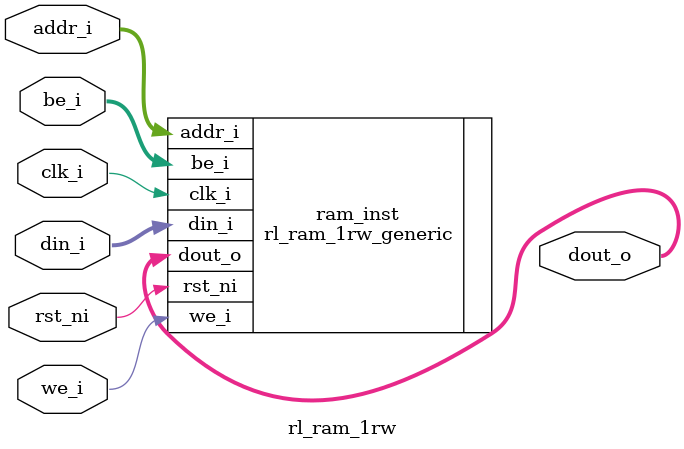
<source format=sv>
module rl_ram_1rw #(
  parameter ABITS      = 10,
  parameter DBITS      = 32
) (
  input                    rst_ni,
  input                    clk_i,

  input  [ ABITS     -1:0] addr_i,
  input                    we_i,
  input  [(DBITS+7)/8-1:0] be_i,
  input  [ DBITS     -1:0] din_i,
  output [ DBITS     -1:0] dout_o
);
  //////////////////////////////////////////////////////////////////
  //
  // Module Body
  //
rl_ram_1rw_generic #(
  .ABITS ( ABITS ),
  .DBITS ( DBITS ) )
ram_inst (
  .rst_ni ( rst_ni ),
  .clk_i  ( clk_i  ),

  .addr_i ( addr_i ),
  .we_i   ( we_i   ),
  .be_i   ( be_i   ),
  .din_i  ( din_i  ),
  .dout_o ( dout_o )
);

endmodule

</source>
